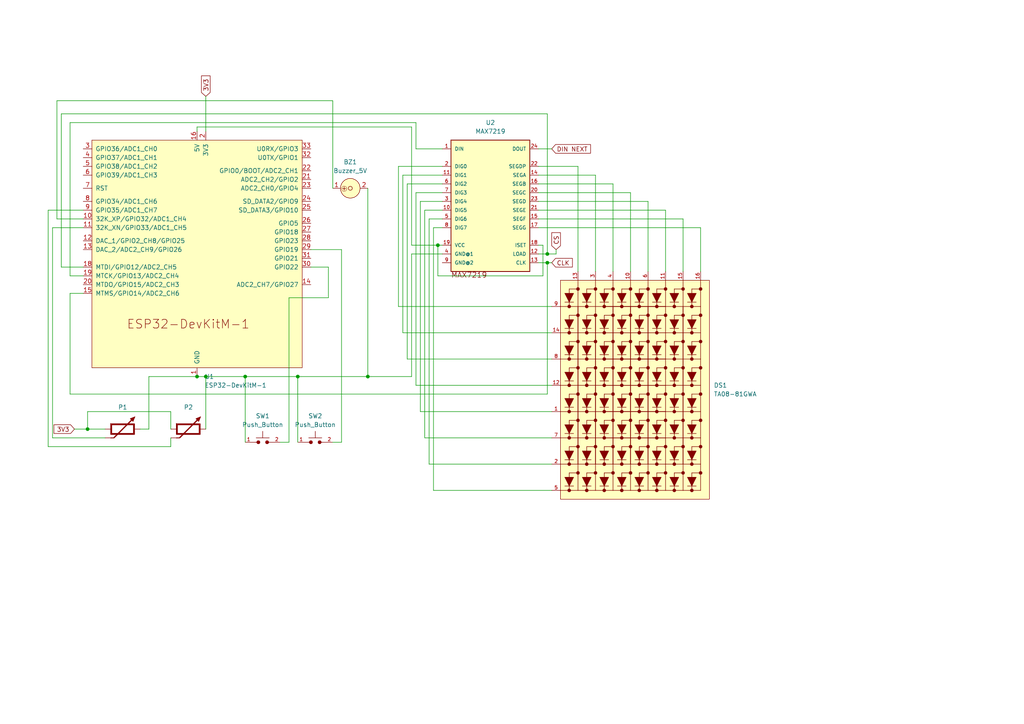
<source format=kicad_sch>
(kicad_sch (version 20231120) (generator "eeschema") (generator_version "8.0")
  (paper "A4")
  (lib_symbols
    (symbol "MAX7219:MAX7219" (pin_names (offset 1.016))
      (property "Reference" "U" (at -11.4428 19.7071 0))
      (property "Value" "MAX7219" (at 0 0 0))
      (symbol "MAX7219_0_0"
        (text "MAX7219" (at -11.4337 -20.9618 0) (effects (font (size 1.5245 1.5245)) (justify left bottom)))
        (pin bidirectional line (at -13.97 16.51 0) (length 2.54) (name "DIN") (number "1"))
        (pin bidirectional line (at -13.97 -1.27 0) (length 2.54) (name "DIG5") (number "10"))
        (pin bidirectional line (at -13.97 8.89 0) (length 2.54) (name "DIG1") (number "11"))
        (pin bidirectional line (at 13.97 -13.97 180) (length 2.54) (name "LOAD") (number "12"))
        (pin bidirectional line (at 13.97 -16.51 180) (length 2.54) (name "CLK") (number "13"))
        (pin bidirectional line (at 13.97 8.89 180) (length 2.54) (name "SEGA") (number "14"))
        (pin bidirectional line (at 13.97 -3.81 180) (length 2.54) (name "SEGF") (number "15"))
        (pin bidirectional line (at 13.97 6.35 180) (length 2.54) (name "SEGB") (number "16"))
        (pin bidirectional line (at 13.97 -6.35 180) (length 2.54) (name "SEGG") (number "17"))
        (pin bidirectional line (at 13.97 -11.43 180) (length 2.54) (name "ISET") (number "18"))
        (pin bidirectional line (at -13.97 -11.43 0) (length 2.54) (name "VCC") (number "19"))
        (pin bidirectional line (at -13.97 11.43 0) (length 2.54) (name "DIG0") (number "2"))
        (pin bidirectional line (at 13.97 3.81 180) (length 2.54) (name "SEGC") (number "20"))
        (pin bidirectional line (at 13.97 -1.27 180) (length 2.54) (name "SEGE") (number "21"))
        (pin bidirectional line (at 13.97 11.43 180) (length 2.54) (name "SEGDP") (number "22"))
        (pin bidirectional line (at 13.97 1.27 180) (length 2.54) (name "SEGD") (number "23"))
        (pin bidirectional line (at 13.97 16.51 180) (length 2.54) (name "DOUT") (number "24"))
        (pin bidirectional line (at -13.97 1.27 0) (length 2.54) (name "DIG4") (number "3"))
        (pin bidirectional line (at -13.97 -13.97 0) (length 2.54) (name "GND@1") (number "4"))
        (pin bidirectional line (at -13.97 -3.81 0) (length 2.54) (name "DIG6") (number "5"))
        (pin bidirectional line (at -13.97 6.35 0) (length 2.54) (name "DIG2") (number "6"))
        (pin bidirectional line (at -13.97 3.81 0) (length 2.54) (name "DIG3") (number "7"))
        (pin bidirectional line (at -13.97 -6.35 0) (length 2.54) (name "DIG7") (number "8"))
        (pin bidirectional line (at -13.97 -16.51 0) (length 2.54) (name "GND@2") (number "9"))
      )
    )
    (symbol "PCM_Elektuur_1:P" (pin_numbers hide) (pin_names (offset 0) hide)
      (property "Reference" "P" (at 2.54 3.175 0))
      (symbol "P_1_1"
        (pin passive line (at 0 -5.08 90) (length 1.651) (name "a") (number "1"))
        (pin passive line (at 2.54 -5.08 90) (length 1.651) (name "b") (number "2"))
        (pin passive line (at 0 5.08 270) (length 1.651) (name "c") (number "3"))
      )
      (symbol "P_1_2"
        (pin passive line (at 0 -5.08 90) (length 1.651) (name "a") (number "1"))
        (pin passive line (at 3.175 -5.08 90) (length 1.651) (name "b") (number "2"))
        (pin passive line (at 0 5.08 270) (length 1.651) (name "c") (number "3"))
      )
    )
    (symbol "PCM_Espressif:ESP32-DevKitM-1" (pin_names (offset 1.016))
      (property "Reference" "U" (at -30.48 38.1 0))
      (property "Value" "ESP32-DevKitM-1" (at -30.48 35.56 0))
      (symbol "ESP32-DevKitM-1_1_0"
        (text "ESP32-DevKitM-1" (at -2.54 -20.32 0) (effects (font (size 2.54 2.54))))
        (pin power_in line (at 0 -35.56 90) (length 2.54) (name "GND") (number "1"))
        (pin bidirectional line (at -33.02 10.16 0) (length 2.54) (name "32K_XP/GPIO32/ADC1_CH4") (number "10"))
        (pin bidirectional line (at -33.02 7.62 0) (length 2.54) (name "32K_XN/GPIO33/ADC1_CH5") (number "11"))
        (pin bidirectional line (at -33.02 3.81 0) (length 2.54) (name "DAC_1/GPIO2_CH8/GPIO25") (number "12"))
        (pin bidirectional line (at -33.02 1.27 0) (length 2.54) (name "DAC_2/ADC2_CH9/GPIO26") (number "13"))
        (pin power_in line (at 0 35.56 270) (length 2.54) (name "5V") (number "16"))
        (pin input line (at -33.02 30.48 0) (length 2.54) (name "GPIO36/ADC1_CH0") (number "3"))
        (pin input line (at -33.02 27.94 0) (length 2.54) (name "GPIO37/ADC1_CH1") (number "4"))
        (pin input line (at -33.02 25.4 0) (length 2.54) (name "GPIO38/ADC1_CH2") (number "5"))
        (pin input line (at -33.02 22.86 0) (length 2.54) (name "GPIO39/ADC1_CH3") (number "6"))
        (pin input line (at -33.02 19.05 0) (length 2.54) (name "RST") (number "7"))
        (pin input line (at -33.02 15.24 0) (length 2.54) (name "GPIO34/ADC1_CH6") (number "8"))
        (pin input line (at -33.02 12.7 0) (length 2.54) (name "GPIO35/ADC1_CH7") (number "9"))
      )
      (symbol "ESP32-DevKitM-1_1_1"
        (pin bidirectional line (at 33.02 -8.89 180) (length 2.54) (name "ADC2_CH7/GPIO27") (number "14"))
        (pin bidirectional line (at -33.02 -11.43 0) (length 2.54) (name "MTMS/GPIO14/ADC2_CH6") (number "15"))
        (pin passive line (at 0 -35.56 90) (length 2.54) hide (name "GND") (number "17"))
        (pin bidirectional line (at -33.02 -3.81 0) (length 2.54) (name "MTDI/GPIO12/ADC2_CH5") (number "18"))
        (pin bidirectional line (at -33.02 -6.35 0) (length 2.54) (name "MTCK/GPIO13/ADC2_CH4") (number "19"))
        (pin power_in line (at 2.54 35.56 270) (length 2.54) (name "3V3") (number "2"))
        (pin bidirectional line (at -33.02 -8.89 0) (length 2.54) (name "MTDO/GPIO15/ADC2_CH3") (number "20"))
        (pin bidirectional line (at 33.02 21.59 180) (length 2.54) (name "ADC2_CH2/GPIO2") (number "21"))
        (pin bidirectional line (at 33.02 24.13 180) (length 2.54) (name "GPIO0/BOOT/ADC2_CH1") (number "22"))
        (pin bidirectional line (at 33.02 19.05 180) (length 2.54) (name "ADC2_CH0/GPIO4") (number "23"))
        (pin bidirectional line (at 33.02 15.24 180) (length 2.54) (name "SD_DATA2/GPIO9") (number "24"))
        (pin bidirectional line (at 33.02 12.7 180) (length 2.54) (name "SD_DATA3/GPIO10") (number "25"))
        (pin bidirectional line (at 33.02 8.89 180) (length 2.54) (name "GPIO5") (number "26"))
        (pin bidirectional line (at 33.02 6.35 180) (length 2.54) (name "GPIO18") (number "27"))
        (pin bidirectional line (at 33.02 3.81 180) (length 2.54) (name "GPIO23") (number "28"))
        (pin bidirectional line (at 33.02 1.27 180) (length 2.54) (name "GPIO19") (number "29"))
        (pin bidirectional line (at 33.02 -3.81 180) (length 2.54) (name "GPIO22") (number "30"))
        (pin bidirectional line (at 33.02 -1.27 180) (length 2.54) (name "GPIO21") (number "31"))
        (pin bidirectional line (at 33.02 27.94 180) (length 2.54) (name "U0TX/GPIO1") (number "32"))
        (pin bidirectional line (at 33.02 30.48 180) (length 2.54) (name "U0RX/GPIO3") (number "33"))
        (pin passive line (at 0 -35.56 90) (length 2.54) hide (name "GND") (number "34"))
      )
    )
    (symbol "PCM_SL_Devices:Buzzer_5V"
      (property "Reference" "BZ" (at 0 7.62 0))
      (property "Value" "Buzzer_5V" (at 0 5.08 0))
      (symbol "Buzzer_5V_0_0"
        (text "+" (at -1.778 0 0) (effects (font (size 1.27 1.27))))
      )
      (symbol "Buzzer_5V_1_1"
        (pin passive line (at -5.08 0 0) (length 2.2) (name "") (number "1"))
        (pin passive line (at 5.08 0 180) (length 2.2) (name "") (number "2"))
      )
    )
    (symbol "PCM_SL_Devices:Push_Button"
      (property "Reference" "SW" (at 0 6.35 0))
      (property "Value" "Push_Button" (at 0 4.445 0))
      (symbol "Push_Button_1_1"
        (pin passive line (at -5.08 0 0) (length 2) (name "") (number "1"))
        (pin passive line (at 5.08 0 180) (length 2) (name "") (number "2"))
      )
    )
    (symbol "TA08-81GWA:TA08-81GWA" (pin_names (offset 1.016))
      (property "Reference" "DS" (at -20.32 38.1 0))
      (property "Value" "TA08-81GWA" (at -20.32 -38.1 0))
      (symbol "TA08-81GWA_0_0"
        (pin passive line (at -22.86 -7.62 0) (length 2.54) (name "~") (number "1"))
        (pin passive line (at 0 33.02 270) (length 2.54) (name "~") (number "10"))
        (pin passive line (at 10.16 33.02 270) (length 2.54) (name "~") (number "11"))
        (pin passive line (at -22.86 0 0) (length 2.54) (name "~") (number "12"))
        (pin passive line (at -15.24 33.02 270) (length 2.54) (name "~") (number "13"))
        (pin passive line (at -22.86 15.24 0) (length 2.54) (name "~") (number "14"))
        (pin passive line (at 15.24 33.02 270) (length 2.54) (name "~") (number "15"))
        (pin passive line (at 20.32 33.02 270) (length 2.54) (name "~") (number "16"))
        (pin passive line (at -22.86 -22.86 0) (length 2.54) (name "~") (number "2"))
        (pin passive line (at -10.16 33.02 270) (length 2.54) (name "~") (number "3"))
        (pin passive line (at -5.08 33.02 270) (length 2.54) (name "~") (number "4"))
        (pin passive line (at -22.86 -30.48 0) (length 2.54) (name "~") (number "5"))
        (pin passive line (at 5.08 33.02 270) (length 2.54) (name "~") (number "6"))
        (pin passive line (at -22.86 -15.24 0) (length 2.54) (name "~") (number "7"))
        (pin passive line (at -22.86 7.62 0) (length 2.54) (name "~") (number "8"))
        (pin passive line (at -22.86 22.86 0) (length 2.54) (name "~") (number "9"))
      )
    )
  )
  (junction (at 57.15 109.22))
  (junction (at 158.75 76.2))
  (junction (at 106.68 109.22))
  (junction (at 127 71.12))
  (junction (at 25.4 124.46))
  (junction (at 59.69 109.22))
  (junction (at 158.75 73.66))
  (junction (at 71.12 109.22))
  (junction (at 86.36 109.22))
  (wire (pts (xy 128.27 60.96) (xy 123.19 60.96)))
  (wire (pts (xy 57.15 36.83) (xy 119.38 36.83)))
  (wire (pts (xy 57.15 109.22) (xy 59.69 109.22)))
  (wire (pts (xy 20.32 35.56) (xy 120.65 35.56)))
  (wire (pts (xy 43.18 124.46) (xy 43.18 109.22)))
  (wire (pts (xy 24.13 80.01) (xy 20.32 80.01)))
  (wire (pts (xy 25.4 119.38) (xy 25.4 124.46)))
  (wire (pts (xy 116.84 96.52) (xy 160.02 96.52)))
  (wire (pts (xy 83.82 86.36) (xy 95.25 86.36)))
  (wire (pts (xy 81.28 128.27) (xy 83.82 128.27)))
  (wire (pts (xy 158.75 73.66) (xy 156.21 73.66)))
  (wire (pts (xy 119.38 73.66) (xy 128.27 73.66)))
  (wire (pts (xy 57.15 38.1) (xy 57.15 36.83)))
  (wire (pts (xy 120.65 111.76) (xy 160.02 111.76)))
  (wire (pts (xy 156.21 63.5) (xy 198.12 63.5)))
  (wire (pts (xy 49.53 124.46) (xy 49.53 119.38)))
  (wire (pts (xy 128.27 55.88) (xy 120.65 55.88)))
  (wire (pts (xy 15.24 127) (xy 15.24 66.04)))
  (wire (pts (xy 120.65 55.88) (xy 120.65 111.76)))
  (wire (pts (xy 15.24 66.04) (xy 24.13 66.04)))
  (wire (pts (xy 43.18 109.22) (xy 57.15 109.22)))
  (wire (pts (xy 90.17 72.39) (xy 99.06 72.39)))
  (wire (pts (xy 158.75 33.02) (xy 158.75 73.66)))
  (wire (pts (xy 157.48 80.01) (xy 127 80.01)))
  (wire (pts (xy 128.27 48.26) (xy 115.57 48.26)))
  (wire (pts (xy 177.8 53.34) (xy 177.8 78.74)))
  (wire (pts (xy 49.53 129.54) (xy 49.53 127)))
  (wire (pts (xy 128.27 50.8) (xy 116.84 50.8)))
  (wire (pts (xy 106.68 109.22) (xy 119.38 109.22)))
  (wire (pts (xy 124.46 134.62) (xy 160.02 134.62)))
  (wire (pts (xy 71.12 109.22) (xy 86.36 109.22)))
  (wire (pts (xy 49.53 119.38) (xy 25.4 119.38)))
  (wire (pts (xy 128.27 66.04) (xy 125.73 66.04)))
  (wire (pts (xy 121.92 58.42) (xy 121.92 119.38)))
  (wire (pts (xy 128.27 53.34) (xy 118.11 53.34)))
  (wire (pts (xy 182.88 55.88) (xy 182.88 78.74)))
  (wire (pts (xy 24.13 60.96) (xy 13.97 60.96)))
  (wire (pts (xy 20.32 85.09) (xy 20.32 114.3)))
  (wire (pts (xy 40.64 124.46) (xy 43.18 124.46)))
  (wire (pts (xy 99.06 128.27) (xy 96.52 128.27)))
  (wire (pts (xy 16.51 29.21) (xy 96.52 29.21)))
  (wire (pts (xy 99.06 72.39) (xy 99.06 128.27)))
  (wire (pts (xy 193.04 60.96) (xy 193.04 78.74)))
  (wire (pts (xy 21.59 124.46) (xy 25.4 124.46)))
  (wire (pts (xy 16.51 63.5) (xy 16.51 29.21)))
  (wire (pts (xy 25.4 124.46) (xy 30.48 124.46)))
  (wire (pts (xy 156.21 60.96) (xy 193.04 60.96)))
  (wire (pts (xy 158.75 114.3) (xy 158.75 76.2)))
  (wire (pts (xy 161.29 72.39) (xy 161.29 73.66)))
  (wire (pts (xy 128.27 63.5) (xy 124.46 63.5)))
  (wire (pts (xy 119.38 71.12) (xy 127 71.12)))
  (wire (pts (xy 128.27 58.42) (xy 121.92 58.42)))
  (wire (pts (xy 24.13 85.09) (xy 20.32 85.09)))
  (wire (pts (xy 120.65 35.56) (xy 120.65 43.18)))
  (wire (pts (xy 59.69 27.94) (xy 59.69 38.1)))
  (wire (pts (xy 160.02 76.2) (xy 158.75 76.2)))
  (wire (pts (xy 59.69 109.22) (xy 59.69 124.46)))
  (wire (pts (xy 24.13 63.5) (xy 16.51 63.5)))
  (wire (pts (xy 116.84 50.8) (xy 116.84 96.52)))
  (wire (pts (xy 17.78 33.02) (xy 158.75 33.02)))
  (wire (pts (xy 125.73 142.24) (xy 160.02 142.24)))
  (wire (pts (xy 121.92 119.38) (xy 160.02 119.38)))
  (wire (pts (xy 156.21 58.42) (xy 187.96 58.42)))
  (wire (pts (xy 198.12 63.5) (xy 198.12 78.74)))
  (wire (pts (xy 172.72 50.8) (xy 172.72 78.74)))
  (wire (pts (xy 167.64 48.26) (xy 167.64 78.74)))
  (wire (pts (xy 95.25 77.47) (xy 90.17 77.47)))
  (wire (pts (xy 156.21 53.34) (xy 177.8 53.34)))
  (wire (pts (xy 120.65 43.18) (xy 128.27 43.18)))
  (wire (pts (xy 17.78 77.47) (xy 17.78 33.02)))
  (wire (pts (xy 123.19 127) (xy 160.02 127)))
  (wire (pts (xy 96.52 29.21) (xy 96.52 54.61)))
  (wire (pts (xy 24.13 77.47) (xy 17.78 77.47)))
  (wire (pts (xy 115.57 88.9) (xy 160.02 88.9)))
  (wire (pts (xy 156.21 55.88) (xy 182.88 55.88)))
  (wire (pts (xy 30.48 127) (xy 15.24 127)))
  (wire (pts (xy 118.11 104.14) (xy 160.02 104.14)))
  (wire (pts (xy 20.32 114.3) (xy 158.75 114.3)))
  (wire (pts (xy 119.38 36.83) (xy 119.38 71.12)))
  (wire (pts (xy 123.19 60.96) (xy 123.19 127)))
  (wire (pts (xy 187.96 58.42) (xy 187.96 78.74)))
  (wire (pts (xy 13.97 60.96) (xy 13.97 129.54)))
  (wire (pts (xy 106.68 54.61) (xy 106.68 109.22)))
  (wire (pts (xy 156.21 71.12) (xy 157.48 71.12)))
  (wire (pts (xy 86.36 109.22) (xy 106.68 109.22)))
  (wire (pts (xy 71.12 109.22) (xy 71.12 128.27)))
  (wire (pts (xy 157.48 71.12) (xy 157.48 80.01)))
  (wire (pts (xy 156.21 50.8) (xy 172.72 50.8)))
  (wire (pts (xy 127 71.12) (xy 128.27 71.12)))
  (wire (pts (xy 158.75 76.2) (xy 156.21 76.2)))
  (wire (pts (xy 13.97 129.54) (xy 49.53 129.54)))
  (wire (pts (xy 119.38 109.22) (xy 119.38 73.66)))
  (wire (pts (xy 127 80.01) (xy 127 71.12)))
  (wire (pts (xy 161.29 73.66) (xy 158.75 73.66)))
  (wire (pts (xy 124.46 63.5) (xy 124.46 134.62)))
  (wire (pts (xy 156.21 48.26) (xy 167.64 48.26)))
  (wire (pts (xy 115.57 48.26) (xy 115.57 88.9)))
  (wire (pts (xy 86.36 109.22) (xy 86.36 128.27)))
  (wire (pts (xy 95.25 86.36) (xy 95.25 77.47)))
  (wire (pts (xy 20.32 80.01) (xy 20.32 35.56)))
  (wire (pts (xy 156.21 43.18) (xy 160.02 43.18)))
  (wire (pts (xy 83.82 128.27) (xy 83.82 86.36)))
  (wire (pts (xy 59.69 109.22) (xy 71.12 109.22)))
  (wire (pts (xy 125.73 66.04) (xy 125.73 142.24)))
  (wire (pts (xy 203.2 66.04) (xy 203.2 78.74)))
  (wire (pts (xy 118.11 53.34) (xy 118.11 104.14)))
  (wire (pts (xy 156.21 66.04) (xy 203.2 66.04)))
  (global_label "3V3" (shape input) (at 59.69 27.94 90) (property "Intersheetrefs" "${INTERSHEET_REFS}" (effects (hide yes))))
  (global_label "CLK" (shape input) (at 160.02 76.2 0) (property "Intersheetrefs" "${INTERSHEET_REFS}" (effects (hide yes))))
  (global_label "DIN NEXT" (shape input) (at 160.02 43.18 0) (property "Intersheetrefs" "${INTERSHEET_REFS}" (effects (hide yes))))
  (global_label "3V3" (shape input) (at 21.59 124.46 180) (property "Intersheetrefs" "${INTERSHEET_REFS}" (effects (hide yes))))
  (global_label "CS" (shape input) (at 161.29 72.39 90) (property "Intersheetrefs" "${INTERSHEET_REFS}" (effects (hide yes))))
  (symbol (lib_id "PCM_SL_Devices:Push_Button") (at 91.44 128.27 0) (unit 1)
    (property "Reference" "SW2" (at 91.44 120.65 0))
    (property "Value" "Push_Button" (at 91.44 123.19 0))
    (property "Footprint" "Button_Switch_THT:SW_PUSH_6mm" (effects (hide yes)))
    (property "Description" "Common 6mmx6mm Push Button" (effects (hide yes)))
  )
  (symbol (lib_id "PCM_SL_Devices:Push_Button") (at 76.2 128.27 0) (unit 1)
    (property "Reference" "SW1" (at 76.2 120.65 0))
    (property "Value" "Push_Button" (at 76.2 123.19 0))
    (property "Footprint" "Button_Switch_THT:SW_PUSH_6mm" (effects (hide yes)))
    (property "Description" "Common 6mmx6mm Push Button" (effects (hide yes)))
  )
  (symbol (lib_id "TA08-81GWA:TA08-81GWA") (at 182.88 111.76 0) (unit 1)
    (property "Reference" "DS1" (at 207.01 111.7599 0) (effects (justify left)))
    (property "Value" "TA08-81GWA" (at 207.01 114.2999 0) (effects (justify left)))
    (property "Footprint" "TA08-81GWA:DISPLAY_TA08-81GWA" (effects (hide yes)))
    (property "MF" "Kingbright" (effects (hide yes)))
    (property "MAXIMUM_PACKAGE_HEIGHT" "6.0mm" (effects (hide yes)))
    (property "Package" "Package" (effects (hide yes)))
    (property "Price" "None" (effects (hide yes)))
    (property "Check_prices" "https://www.snapeda.com/parts/TA08-81GWA/Kingbright/view-part/?ref=eda" (effects (hide yes)))
    (property "STANDARD" "Manufacturer recommendations" (effects (hide yes)))
    (property "PARTREV" "V.11A" (effects (hide yes)))
    (property "SnapEDA_Link" "https://www.snapeda.com/parts/TA08-81GWA/Kingbright/view-part/?ref=snap" (effects (hide yes)))
    (property "MP" "TA08-81GWA" (effects (hide yes)))
    (property "Description_1" "\n                        \n                            DISPLAY, DOT MATRIX, 0.8, 8X8, GREEN; Display Dots x Lines: 8 x 8; LED Colour: Gr\n                        \n" (effects (hide yes)))
    (property "Availability" "In Stock" (effects (hide yes)))
    (property "MANUFACTURER" "Kingbright" (effects (hide yes)))
  )
  (symbol (lib_id "PCM_SL_Devices:Buzzer_5V") (at 101.6 54.61 0) (unit 1)
    (property "Reference" "BZ1" (at 101.6 46.99 0))
    (property "Value" "Buzzer_5V" (at 101.6 49.53 0))
    (property "Footprint" "Buzzer_Beeper:MagneticBuzzer_ProSignal_ABT-410-RC" (effects (hide yes)))
    (property "Description" "Buzzer 5V" (effects (hide yes)))
  )
  (symbol (lib_id "PCM_Espressif:ESP32-DevKitM-1") (at 57.15 73.66 0) (unit 1)
    (property "Reference" "U1" (at 59.3441 109.22 0) (effects (justify left)))
    (property "Value" "ESP32-DevKitM-1" (at 59.3441 111.76 0) (effects (justify left)))
    (property "Footprint" "PCM_Espressif:ESP32-DevKitM-1" (effects (hide yes)))
    (property "Datasheet" "https://docs.espressif.com/projects/esp-idf/zh_CN/latest/esp32/hw-reference/esp32/user-guide-devkitm-1.html" (effects (hide yes)))
    (property "Description" "Development Kit" (effects (hide yes)))
  )
  (symbol (lib_id "PCM_Elektuur_1:P") (at 35.56 124.46 270) (unit 1)
    (property "Reference" "P1" (at 35.6044 118.11 90))
    (property "Value" "P" (effects (hide yes)))
    (property "Description" "potentiometer with movable/rotating/sliding contact (pot/potmeter)" (effects (hide yes)))
    (property "Field-1" "type=\"A\" model=\"lin100k\" lib=\"potentiometer.lib\"" (effects (hide yes)))
  )
  (symbol (lib_id "PCM_Elektuur_1:P") (at 54.61 124.46 270) (unit 1)
    (property "Reference" "P2" (at 54.6544 118.11 90))
    (property "Value" "P" (effects (hide yes)))
    (property "Description" "potentiometer with movable/rotating/sliding contact (pot/potmeter)" (effects (hide yes)))
    (property "Field-1" "type=\"A\" model=\"lin100k\" lib=\"potentiometer.lib\"" (effects (hide yes)))
  )
  (symbol (lib_id "MAX7219:MAX7219") (at 142.24 59.69 0) (unit 1)
    (property "Reference" "U2" (at 142.24 35.56 0))
    (property "Value" "MAX7219" (at 142.24 38.1 0))
    (property "MF" "Analog Devices" (effects (hide yes)))
    (property "Description_1" "\n                        \n                            IC DRVR 7 SEGMENT 8 DIGIT 24DIP\n                        \n" (effects (hide yes)))
    (property "Package" "None" (effects (hide yes)))
    (property "Price" "None" (effects (hide yes)))
    (property "SnapEDA_Link" "https://www.snapeda.com/parts/MAX7219/Analog+Devices/view-part/?ref=snap" (effects (hide yes)))
    (property "MP" "MAX7219" (effects (hide yes)))
    (property "Availability" "Not in stock" (effects (hide yes)))
    (property "Check_prices" "https://www.snapeda.com/parts/MAX7219/Analog+Devices/view-part/?ref=eda" (effects (hide yes)))
  )
)
</source>
